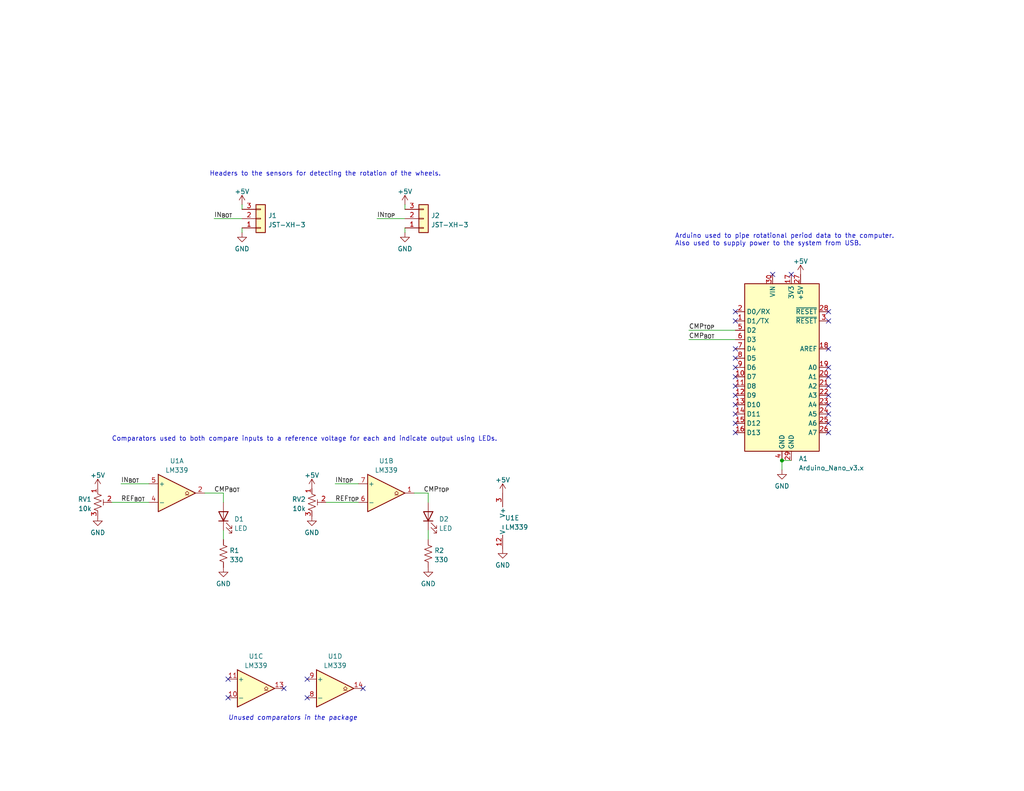
<source format=kicad_sch>
(kicad_sch (version 20211123) (generator eeschema)
  (paper "USLetter")
  (title_block (title "Rolling Resistance Board") (date "2023-01-17") (rev "1.0") (company "HPVDT"))
  (lib_symbols
    (symbol "Comparator:LM339" (pin_names (offset 0.127))
      (property "Reference" "U" (at 0 5.08 0))
      (property "Value" "LM339" (at 0 -5.08 0))
      (symbol "LM339_1_1"
        (polyline (pts (xy -5.08 5.08) (xy 5.08 0) (xy -5.08 -5.08) (xy -5.08 5.08)) (stroke (width 0.254)) (fill (type background)))
        (polyline (pts (xy 3.302 -0.508) (xy 2.794 -0.508) (xy 3.302 0) (xy 2.794 0.508) (xy 2.286 0) (xy 2.794 -0.508) (xy 2.286 -0.508)) (stroke (width 0.127)))
        (pin open_collector line (at 7.62 0 180) (length 2.54) (name "~") (number "2"))
        (pin input line (at -7.62 -2.54 0) (length 2.54) (name "-") (number "4"))
        (pin input line (at -7.62 2.54 0) (length 2.54) (name "+") (number "5"))
      )
      (symbol "LM339_2_1"
        (polyline (pts (xy -5.08 5.08) (xy 5.08 0) (xy -5.08 -5.08) (xy -5.08 5.08)) (stroke (width 0.254)) (fill (type background)))
        (polyline (pts (xy 3.302 -0.508) (xy 2.794 -0.508) (xy 3.302 0) (xy 2.794 0.508) (xy 2.286 0) (xy 2.794 -0.508) (xy 2.286 -0.508)) (stroke (width 0.127)))
        (pin open_collector line (at 7.62 0 180) (length 2.54) (name "~") (number "1"))
        (pin input line (at -7.62 -2.54 0) (length 2.54) (name "-") (number "6"))
        (pin input line (at -7.62 2.54 0) (length 2.54) (name "+") (number "7"))
      )
      (symbol "LM339_3_1"
        (polyline (pts (xy -5.08 5.08) (xy 5.08 0) (xy -5.08 -5.08) (xy -5.08 5.08)) (stroke (width 0.254)) (fill (type background)))
        (polyline (pts (xy 3.302 -0.508) (xy 2.794 -0.508) (xy 3.302 0) (xy 2.794 0.508) (xy 2.286 0) (xy 2.794 -0.508) (xy 2.286 -0.508)) (stroke (width 0.127)))
        (pin input line (at -7.62 -2.54 0) (length 2.54) (name "-") (number "10"))
        (pin input line (at -7.62 2.54 0) (length 2.54) (name "+") (number "11"))
        (pin open_collector line (at 7.62 0 180) (length 2.54) (name "~") (number "13"))
      )
      (symbol "LM339_4_1"
        (polyline (pts (xy -5.08 5.08) (xy 5.08 0) (xy -5.08 -5.08) (xy -5.08 5.08)) (stroke (width 0.254)) (fill (type background)))
        (polyline (pts (xy 3.302 -0.508) (xy 2.794 -0.508) (xy 3.302 0) (xy 2.794 0.508) (xy 2.286 0) (xy 2.794 -0.508) (xy 2.286 -0.508)) (stroke (width 0.127)))
        (pin open_collector line (at 7.62 0 180) (length 2.54) (name "~") (number "14"))
        (pin input line (at -7.62 -2.54 0) (length 2.54) (name "-") (number "8"))
        (pin input line (at -7.62 2.54 0) (length 2.54) (name "+") (number "9"))
      )
      (symbol "LM339_5_1"
        (pin power_in line (at -2.54 -7.62 90) (length 3.81) (name "V-") (number "12"))
        (pin power_in line (at -2.54 7.62 270) (length 3.81) (name "V+") (number "3"))
      )
    )
    (symbol "Connector_Generic:Conn_01x03" (pin_names (offset 1.016) hide)
      (property "Reference" "J" (at 0 5.08 0))
      (property "Value" "Conn_01x03" (at 0 -5.08 0))
      (symbol "Conn_01x03_1_1"
        (rectangle (start -1.27 -2.413) (end 0 -2.667) (stroke (width 0.1524)))
        (rectangle (start -1.27 0.127) (end 0 -0.127) (stroke (width 0.1524)))
        (rectangle (start -1.27 2.667) (end 0 2.413) (stroke (width 0.1524)))
        (rectangle (start -1.27 3.81) (end 1.27 -3.81) (stroke (width 0.254)) (fill (type background)))
        (pin passive line (at -5.08 2.54 0) (length 3.81) (name "Pin_1") (number "1"))
        (pin passive line (at -5.08 0 0) (length 3.81) (name "Pin_2") (number "2"))
        (pin passive line (at -5.08 -2.54 0) (length 3.81) (name "Pin_3") (number "3"))
      )
    )
    (symbol "Device:LED" (pin_numbers hide) (pin_names (offset 1.016) hide)
      (property "Reference" "D" (at 0 2.54 0))
      (property "Value" "LED" (at 0 -2.54 0))
      (symbol "LED_0_1"
        (polyline (pts (xy -1.27 -1.27) (xy -1.27 1.27)) (stroke (width 0.254)))
        (polyline (pts (xy -1.27 0) (xy 1.27 0)))
        (polyline (pts (xy 1.27 -1.27) (xy 1.27 1.27) (xy -1.27 0) (xy 1.27 -1.27)) (stroke (width 0.254)))
        (polyline (pts (xy -3.048 -0.762) (xy -4.572 -2.286) (xy -3.81 -2.286) (xy -4.572 -2.286) (xy -4.572 -1.524)))
        (polyline (pts (xy -1.778 -0.762) (xy -3.302 -2.286) (xy -2.54 -2.286) (xy -3.302 -2.286) (xy -3.302 -1.524)))
      )
      (symbol "LED_1_1"
        (pin passive line (at -3.81 0 0) (length 2.54) (name "K") (number "1"))
        (pin passive line (at 3.81 0 180) (length 2.54) (name "A") (number "2"))
      )
    )
    (symbol "Device:R_Potentiometer_Trim_US" (pin_names (offset 1.016) hide)
      (property "Reference" "RV" (at -4.445 0 90))
      (property "Value" "R_Potentiometer_Trim_US" (at -2.54 0 90))
      (symbol "R_Potentiometer_Trim_US_0_1"
        (polyline (pts (xy 0 -2.286) (xy 0 -2.54)))
        (polyline (pts (xy 0 2.286) (xy 0 2.54)))
        (polyline (pts (xy 1.524 0.762) (xy 1.524 -0.762)))
        (polyline (pts (xy 2.54 0) (xy 1.524 0)))
        (polyline (pts (xy 0 -0.762) (xy 1.016 -1.143) (xy 0 -1.524) (xy -1.016 -1.905) (xy 0 -2.286)))
        (polyline (pts (xy 0 0.762) (xy 1.016 0.381) (xy 0 0) (xy -1.016 -0.381) (xy 0 -0.762)))
        (polyline (pts (xy 0 2.286) (xy 1.016 1.905) (xy 0 1.524) (xy -1.016 1.143) (xy 0 0.762)))
      )
      (symbol "R_Potentiometer_Trim_US_1_1"
        (pin passive line (at 0 3.81 270) (length 1.27) (name "1") (number "1"))
        (pin passive line (at 3.81 0 180) (length 1.27) (name "2") (number "2"))
        (pin passive line (at 0 -3.81 90) (length 1.27) (name "3") (number "3"))
      )
    )
    (symbol "Device:R_US" (pin_numbers hide) (pin_names (offset 0))
      (property "Reference" "R" (at 2.54 0 90))
      (property "Value" "R_US" (at -2.54 0 90))
      (symbol "R_US_0_1"
        (polyline (pts (xy 0 -2.286) (xy 0 -2.54)))
        (polyline (pts (xy 0 2.286) (xy 0 2.54)))
        (polyline (pts (xy 0 -0.762) (xy 1.016 -1.143) (xy 0 -1.524) (xy -1.016 -1.905) (xy 0 -2.286)))
        (polyline (pts (xy 0 0.762) (xy 1.016 0.381) (xy 0 0) (xy -1.016 -0.381) (xy 0 -0.762)))
        (polyline (pts (xy 0 2.286) (xy 1.016 1.905) (xy 0 1.524) (xy -1.016 1.143) (xy 0 0.762)))
      )
      (symbol "R_US_1_1"
        (pin passive line (at 0 3.81 270) (length 1.27) (name "~") (number "1"))
        (pin passive line (at 0 -3.81 90) (length 1.27) (name "~") (number "2"))
      )
    )
    (symbol "MCU_Module:Arduino_Nano_v3.x"
      (property "Reference" "A" (at -10.16 23.495 0))
      (property "Value" "Arduino_Nano_v3.x" (at 5.08 -24.13 0))
      (symbol "Arduino_Nano_v3.x_0_1"
        (rectangle (start -10.16 22.86) (end 10.16 -22.86) (stroke (width 0.254)) (fill (type background)))
      )
      (symbol "Arduino_Nano_v3.x_1_1"
        (pin bidirectional line (at -12.7 12.7 0) (length 2.54) (name "D1/TX") (number "1"))
        (pin bidirectional line (at -12.7 -2.54 0) (length 2.54) (name "D7") (number "10"))
        (pin bidirectional line (at -12.7 -5.08 0) (length 2.54) (name "D8") (number "11"))
        (pin bidirectional line (at -12.7 -7.62 0) (length 2.54) (name "D9") (number "12"))
        (pin bidirectional line (at -12.7 -10.16 0) (length 2.54) (name "D10") (number "13"))
        (pin bidirectional line (at -12.7 -12.7 0) (length 2.54) (name "D11") (number "14"))
        (pin bidirectional line (at -12.7 -15.24 0) (length 2.54) (name "D12") (number "15"))
        (pin bidirectional line (at -12.7 -17.78 0) (length 2.54) (name "D13") (number "16"))
        (pin power_out line (at 2.54 25.4 270) (length 2.54) (name "3V3") (number "17"))
        (pin input line (at 12.7 5.08 180) (length 2.54) (name "AREF") (number "18"))
        (pin bidirectional line (at 12.7 0 180) (length 2.54) (name "A0") (number "19"))
        (pin bidirectional line (at -12.7 15.24 0) (length 2.54) (name "D0/RX") (number "2"))
        (pin bidirectional line (at 12.7 -2.54 180) (length 2.54) (name "A1") (number "20"))
        (pin bidirectional line (at 12.7 -5.08 180) (length 2.54) (name "A2") (number "21"))
        (pin bidirectional line (at 12.7 -7.62 180) (length 2.54) (name "A3") (number "22"))
        (pin bidirectional line (at 12.7 -10.16 180) (length 2.54) (name "A4") (number "23"))
        (pin bidirectional line (at 12.7 -12.7 180) (length 2.54) (name "A5") (number "24"))
        (pin bidirectional line (at 12.7 -15.24 180) (length 2.54) (name "A6") (number "25"))
        (pin bidirectional line (at 12.7 -17.78 180) (length 2.54) (name "A7") (number "26"))
        (pin power_out line (at 5.08 25.4 270) (length 2.54) (name "+5V") (number "27"))
        (pin input line (at 12.7 15.24 180) (length 2.54) (name "~{RESET}") (number "28"))
        (pin power_in line (at 2.54 -25.4 90) (length 2.54) (name "GND") (number "29"))
        (pin input line (at 12.7 12.7 180) (length 2.54) (name "~{RESET}") (number "3"))
        (pin power_in line (at -2.54 25.4 270) (length 2.54) (name "VIN") (number "30"))
        (pin power_in line (at 0 -25.4 90) (length 2.54) (name "GND") (number "4"))
        (pin bidirectional line (at -12.7 10.16 0) (length 2.54) (name "D2") (number "5"))
        (pin bidirectional line (at -12.7 7.62 0) (length 2.54) (name "D3") (number "6"))
        (pin bidirectional line (at -12.7 5.08 0) (length 2.54) (name "D4") (number "7"))
        (pin bidirectional line (at -12.7 2.54 0) (length 2.54) (name "D5") (number "8"))
        (pin bidirectional line (at -12.7 0 0) (length 2.54) (name "D6") (number "9"))
      )
    )
    (symbol "Mechanical:MountingHole" (pin_names (offset 1.016))
      (property "Reference" "H" (at 0 5.08 0))
      (property "Value" "MountingHole" (at 0 3.175 0))
      (symbol "MountingHole_0_1"
        (circle (center 0 0) (radius 1.27) (stroke (width 1.27)))
      )
    )
    (symbol "power:+5V" (power) (pin_names (offset 0))
      (property "Value" "+5V" (at 0 3.556 0))
      (symbol "+5V_0_1"
        (polyline (pts (xy -0.762 1.27) (xy 0 2.54)))
        (polyline (pts (xy 0 0) (xy 0 2.54)))
        (polyline (pts (xy 0 2.54) (xy 0.762 1.27)))
      )
      (symbol "+5V_1_1"
        (pin power_in line (at 0 0 90) (length 0) hide (name "+5V") (number "1"))
      )
    )
    (symbol "power:GND" (power) (pin_names (offset 0))
      (property "Value" "GND" (at 0 -3.81 0))
      (symbol "GND_0_1"
        (polyline (pts (xy 0 0) (xy 0 -1.27) (xy 1.27 -1.27) (xy 0 -2.54) (xy -1.27 -1.27) (xy 0 -1.27)))
      )
      (symbol "GND_1_1"
        (pin power_in line (at 0 0 270) (length 0) hide (name "GND") (number "1"))
      )
    )
  )
  (junction (at 213.36 125.73))
  (no_connect (at 200.66 95.25))
  (no_connect (at 226.06 95.25))
  (no_connect (at 200.66 105.41))
  (no_connect (at 62.23 190.5))
  (no_connect (at 226.06 105.41))
  (no_connect (at 200.66 85.09))
  (no_connect (at 215.9 74.93))
  (no_connect (at 226.06 85.09))
  (no_connect (at 200.66 102.87))
  (no_connect (at 210.82 74.93))
  (no_connect (at 226.06 100.33))
  (no_connect (at 200.66 107.95))
  (no_connect (at 99.06 187.96))
  (no_connect (at 226.06 118.11))
  (no_connect (at 62.23 185.42))
  (no_connect (at 226.06 87.63))
  (no_connect (at 83.82 190.5))
  (no_connect (at 200.66 110.49))
  (no_connect (at 200.66 87.63))
  (no_connect (at 226.06 110.49))
  (no_connect (at 226.06 102.87))
  (no_connect (at 200.66 118.11))
  (no_connect (at 200.66 100.33))
  (no_connect (at 77.47 187.96))
  (no_connect (at 83.82 185.42))
  (no_connect (at 200.66 97.79))
  (no_connect (at 226.06 107.95))
  (no_connect (at 200.66 113.03))
  (no_connect (at 200.66 115.57))
  (no_connect (at 226.06 115.57))
  (no_connect (at 226.06 113.03))
  (wire (pts (xy 66.04 62.23) (xy 66.04 63.5)))
  (wire (pts (xy 113.03 134.62) (xy 116.84 134.62)))
  (wire (pts (xy 187.96 90.17) (xy 200.66 90.17)))
  (wire (pts (xy 66.04 55.88) (xy 66.04 57.15)))
  (wire (pts (xy 60.96 144.78) (xy 60.96 147.32)))
  (wire (pts (xy 116.84 134.62) (xy 116.84 137.16)))
  (wire (pts (xy 213.36 125.73) (xy 215.9 125.73)))
  (wire (pts (xy 60.96 134.62) (xy 60.96 137.16)))
  (wire (pts (xy 55.88 134.62) (xy 60.96 134.62)))
  (wire (pts (xy 110.49 62.23) (xy 110.49 63.5)))
  (wire (pts (xy 40.64 137.16) (xy 30.48 137.16)))
  (wire (pts (xy 187.96 92.71) (xy 200.66 92.71)))
  (wire (pts (xy 91.44 132.08) (xy 97.79 132.08)))
  (wire (pts (xy 33.02 132.08) (xy 40.64 132.08)))
  (wire (pts (xy 213.36 125.73) (xy 213.36 128.27)))
  (wire (pts (xy 116.84 144.78) (xy 116.84 147.32)))
  (wire (pts (xy 110.49 55.88) (xy 110.49 57.15)))
  (wire (pts (xy 88.9 137.16) (xy 97.79 137.16)))
  (wire (pts (xy 58.42 59.69) (xy 66.04 59.69)))
  (wire (pts (xy 102.87 59.69) (xy 110.49 59.69)))
  (text "Headers to the sensors for detecting the rotation of the wheels." (at 57.15 48.26 0) (effects (font (size 1.27 1.27)) (justify left bottom)))
  (text "Comparators used to both compare inputs to a reference voltage for each and indicate output using LEDs." (at 30.48 120.65 0) (effects (font (size 1.27 1.27)) (justify left bottom)))
  (text "Unused comparators in the package" (at 62.23 196.85 0) (effects (font (size 1.27 1.27) italic) (justify left bottom)))
  (text "Arduino used to pipe rotational period data to the computer.\nAlso used to supply power to the system from USB." (at 184.15 67.31 0) (effects (font (size 1.27 1.27)) (justify left bottom)))
  (label "REF_{BOT}" (at 33.02 137.16 0))
  (label "CMP_{BOT}" (at 187.96 92.71 0))
  (label "CMP_{TOP}" (at 187.96 90.17 0))
  (label "IN_{BOT}" (at 33.02 132.08 0))
  (label "REF_{TOP}" (at 91.44 137.16 0))
  (label "CMP_{BOT}" (at 58.42 134.62 0))
  (label "CMP_{TOP}" (at 115.57 134.62 0))
  (label "IN_{TOP}" (at 102.87 59.69 0))
  (label "IN_{BOT}" (at 58.42 59.69 0))
  (label "IN_{TOP}" (at 91.44 132.08 0))
  (symbol (lib_id "Connector_Generic:Conn_01x03") (at 71.12 59.69 0) (mirror x) (unit 1)
    (property "Reference" "J1" (at 73.152 58.8553 0) (effects (justify left)))
    (property "Value" "JST-XH-3" (at 73.152 61.3922 0) (effects (justify left)))
    (property "Footprint" "Connector_JST:JST_XH_B3B-XH-A_1x03_P2.50mm_Vertical" (effects hide))
  )
  (symbol (lib_id "power:+5V") (at 137.16 134.62 0) (unit 1)
    (property "Reference" "#PWR011" (effects hide))
    (property "Value" "+5V" (at 137.16 131.0442 0))
  )
  (symbol (lib_id "Mechanical:MountingHole") (at 127 228.6 0) (unit 1)
    (property "Reference" "H4" (at 129.54 227.7653 0) (effects (justify left)))
    (property "Value" "M3" (at 129.54 230.3022 0) (effects (justify left)))
    (property "Footprint" "MountingHole:MountingHole_3.2mm_M3" (effects hide))
  )
  (symbol (lib_id "Device:R_US") (at 60.96 151.13 0) (unit 1)
    (property "Reference" "R1" (at 62.611 150.2953 0) (effects (justify left)))
    (property "Value" "330" (at 62.611 152.8322 0) (effects (justify left)))
    (property "Footprint" "Resistor_THT:R_Axial_DIN0207_L6.3mm_D2.5mm_P7.62mm_Horizontal" (effects hide))
  )
  (symbol (lib_id "Device:R_Potentiometer_Trim_US") (at 85.09 137.16 0) (unit 1)
    (property "Reference" "RV2" (at 83.4391 136.3253 0) (effects (justify right)))
    (property "Value" "10k" (at 83.4391 138.8622 0) (effects (justify right)))
    (property "Footprint" "Potentiometer_THT:Potentiometer_Bourns_3299W_Vertical" (effects hide))
  )
  (symbol (lib_id "Comparator:LM339") (at 91.44 187.96 0) (unit 4)
    (property "Reference" "U1" (at 91.44 179.1802 0))
    (property "Value" "LM339" (at 91.44 181.7171 0))
    (property "Footprint" "Package_DIP:DIP-14_W7.62mm_LongPads" (effects hide))
    (property "Datasheet" "https://www.st.com/resource/en/datasheet/lm139.pdf" (effects hide))
  )
  (symbol (lib_id "Mechanical:MountingHole") (at 88.9 228.6 0) (unit 1)
    (property "Reference" "H1" (at 91.44 227.7653 0) (effects (justify left)))
    (property "Value" "M3" (at 91.44 230.3022 0) (effects (justify left)))
    (property "Footprint" "MountingHole:MountingHole_3.2mm_M3" (effects hide))
  )
  (symbol (lib_id "Comparator:LM339") (at 105.41 134.62 0) (unit 2)
    (property "Reference" "U1" (at 105.41 125.8402 0))
    (property "Value" "LM339" (at 105.41 128.3771 0))
    (property "Footprint" "Package_DIP:DIP-14_W7.62mm_LongPads" (effects hide))
    (property "Datasheet" "https://www.st.com/resource/en/datasheet/lm139.pdf" (effects hide))
  )
  (symbol (lib_id "power:GND") (at 26.67 140.97 0) (unit 1)
    (property "Reference" "#PWR02" (effects hide))
    (property "Value" "GND" (at 26.67 145.4134 0))
  )
  (symbol (lib_id "Device:LED") (at 116.84 140.97 90) (unit 1)
    (property "Reference" "D2" (at 119.761 141.7228 90) (effects (justify right)))
    (property "Value" "LED" (at 119.761 144.2597 90) (effects (justify right)))
    (property "Footprint" "LED_THT:LED_D5.0mm" (effects hide))
  )
  (symbol (lib_id "Device:R_US") (at 116.84 151.13 0) (unit 1)
    (property "Reference" "R2" (at 118.491 150.2953 0) (effects (justify left)))
    (property "Value" "330" (at 118.491 152.8322 0) (effects (justify left)))
    (property "Footprint" "Resistor_THT:R_Axial_DIN0207_L6.3mm_D2.5mm_P7.62mm_Horizontal" (effects hide))
  )
  (symbol (lib_id "Device:LED") (at 60.96 140.97 90) (unit 1)
    (property "Reference" "D1" (at 63.881 141.7228 90) (effects (justify right)))
    (property "Value" "LED" (at 63.881 144.2597 90) (effects (justify right)))
    (property "Footprint" "LED_THT:LED_D5.0mm" (effects hide))
  )
  (symbol (lib_id "power:GND") (at 116.84 154.94 0) (unit 1)
    (property "Reference" "#PWR010" (effects hide))
    (property "Value" "GND" (at 116.84 159.3834 0))
  )
  (symbol (lib_id "power:GND") (at 85.09 140.97 0) (unit 1)
    (property "Reference" "#PWR07" (effects hide))
    (property "Value" "GND" (at 85.09 145.4134 0))
  )
  (symbol (lib_id "power:+5V") (at 66.04 55.88 0) (unit 1)
    (property "Reference" "#PWR04" (effects hide))
    (property "Value" "+5V" (at 66.04 52.3042 0))
  )
  (symbol (lib_id "Comparator:LM339") (at 139.7 142.24 0) (unit 5)
    (property "Reference" "U1" (at 137.795 141.4053 0) (effects (justify left)))
    (property "Value" "LM339" (at 137.795 143.9422 0) (effects (justify left)))
    (property "Footprint" "Package_DIP:DIP-14_W7.62mm_LongPads" (effects hide))
    (property "Datasheet" "https://www.st.com/resource/en/datasheet/lm139.pdf" (effects hide))
  )
  (symbol (lib_id "Connector_Generic:Conn_01x03") (at 115.57 59.69 0) (mirror x) (unit 1)
    (property "Reference" "J2" (at 117.602 58.8553 0) (effects (justify left)))
    (property "Value" "JST-XH-3" (at 117.602 61.3922 0) (effects (justify left)))
    (property "Footprint" "Connector_JST:JST_XH_B3B-XH-A_1x03_P2.50mm_Vertical" (effects hide))
  )
  (symbol (lib_id "power:+5V") (at 26.67 133.35 0) (unit 1)
    (property "Reference" "#PWR01" (effects hide))
    (property "Value" "+5V" (at 26.67 129.7742 0))
  )
  (symbol (lib_id "power:GND") (at 213.36 128.27 0) (unit 1)
    (property "Reference" "#PWR013" (effects hide))
    (property "Value" "GND" (at 213.36 132.7134 0))
  )
  (symbol (lib_id "Mechanical:MountingHole") (at 101.6 228.6 0) (unit 1)
    (property "Reference" "H2" (at 104.14 227.7653 0) (effects (justify left)))
    (property "Value" "M3" (at 104.14 230.3022 0) (effects (justify left)))
    (property "Footprint" "MountingHole:MountingHole_3.2mm_M3" (effects hide))
  )
  (symbol (lib_id "power:+5V") (at 218.44 74.93 0) (unit 1)
    (property "Reference" "#PWR014" (effects hide))
    (property "Value" "+5V" (at 218.44 71.3542 0))
  )
  (symbol (lib_id "power:+5V") (at 110.49 55.88 0) (unit 1)
    (property "Reference" "#PWR08" (effects hide))
    (property "Value" "+5V" (at 110.49 52.3042 0))
  )
  (symbol (lib_id "Comparator:LM339") (at 69.85 187.96 0) (unit 3)
    (property "Reference" "U1" (at 69.85 179.1802 0))
    (property "Value" "LM339" (at 69.85 181.7171 0))
    (property "Footprint" "Package_DIP:DIP-14_W7.62mm_LongPads" (effects hide))
    (property "Datasheet" "https://www.st.com/resource/en/datasheet/lm139.pdf" (effects hide))
  )
  (symbol (lib_id "Device:R_Potentiometer_Trim_US") (at 26.67 137.16 0) (unit 1)
    (property "Reference" "RV1" (at 25.0191 136.3253 0) (effects (justify right)))
    (property "Value" "10k" (at 25.0191 138.8622 0) (effects (justify right)))
    (property "Footprint" "Potentiometer_THT:Potentiometer_Bourns_3299W_Vertical" (effects hide))
  )
  (symbol (lib_id "Mechanical:MountingHole") (at 114.3 228.6 0) (unit 1)
    (property "Reference" "H3" (at 116.84 227.7653 0) (effects (justify left)))
    (property "Value" "M3" (at 116.84 230.3022 0) (effects (justify left)))
    (property "Footprint" "MountingHole:MountingHole_3.2mm_M3" (effects hide))
  )
  (symbol (lib_id "MCU_Module:Arduino_Nano_v3.x") (at 213.36 100.33 0) (unit 1)
    (property "Reference" "A1" (at 217.9194 125.2204 0) (effects (justify left)))
    (property "Value" "Arduino_Nano_v3.x" (at 217.9194 127.7573 0) (effects (justify left)))
    (property "Footprint" "Module:Arduino_Nano" (effects hide))
    (property "Datasheet" "http://www.mouser.com/pdfdocs/Gravitech_Arduino_Nano3_0.pdf" (effects hide))
  )
  (symbol (lib_id "power:GND") (at 60.96 154.94 0) (unit 1)
    (property "Reference" "#PWR03" (effects hide))
    (property "Value" "GND" (at 60.96 159.3834 0))
  )
  (symbol (lib_id "power:+5V") (at 85.09 133.35 0) (unit 1)
    (property "Reference" "#PWR06" (effects hide))
    (property "Value" "+5V" (at 85.09 129.7742 0))
  )
  (symbol (lib_id "power:GND") (at 110.49 63.5 0) (unit 1)
    (property "Reference" "#PWR09" (effects hide))
    (property "Value" "GND" (at 110.49 67.9434 0))
  )
  (symbol (lib_id "Comparator:LM339") (at 48.26 134.62 0) (unit 1)
    (property "Reference" "U1" (at 48.26 125.8402 0))
    (property "Value" "LM339" (at 48.26 128.3771 0))
    (property "Footprint" "Package_DIP:DIP-14_W7.62mm_LongPads" (effects hide))
    (property "Datasheet" "https://www.st.com/resource/en/datasheet/lm139.pdf" (effects hide))
  )
  (symbol (lib_id "power:GND") (at 66.04 63.5 0) (unit 1)
    (property "Reference" "#PWR05" (effects hide))
    (property "Value" "GND" (at 66.04 67.9434 0))
  )
  (symbol (lib_id "power:GND") (at 137.16 149.86 0) (unit 1)
    (property "Reference" "#PWR012" (effects hide))
    (property "Value" "GND" (at 137.16 154.3034 0))
  )
)
</source>
